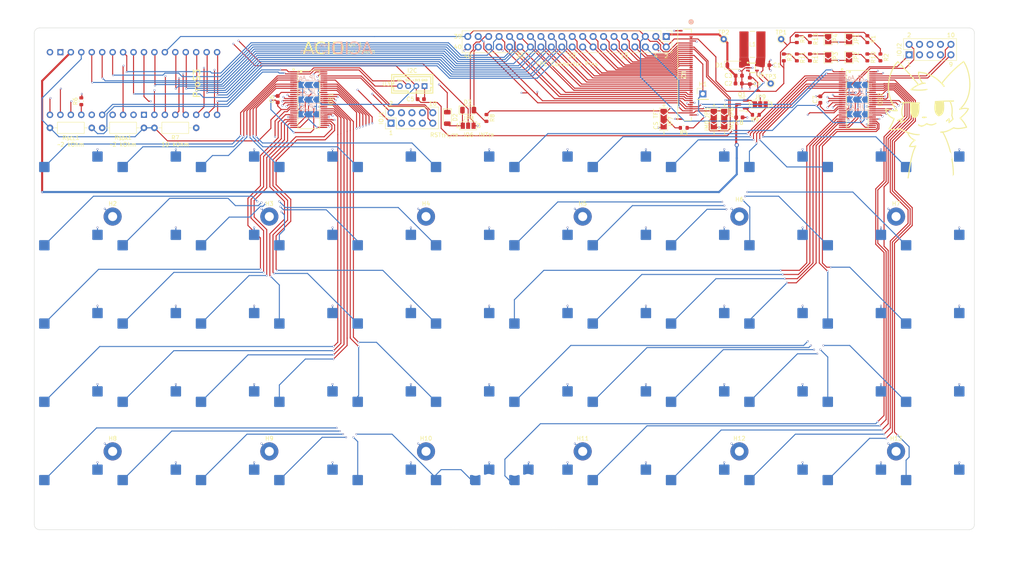
<source format=kicad_pcb>
(kicad_pcb
	(version 20241229)
	(generator "pcbnew")
	(generator_version "9.0")
	(general
		(thickness 1.6)
		(legacy_teardrops no)
	)
	(paper "A4")
	(layers
		(0 "F.Cu" signal)
		(4 "In1.Cu" signal)
		(6 "In2.Cu" signal)
		(2 "B.Cu" signal)
		(9 "F.Adhes" user "F.Adhesive")
		(11 "B.Adhes" user "B.Adhesive")
		(13 "F.Paste" user)
		(15 "B.Paste" user)
		(5 "F.SilkS" user "F.Silkscreen")
		(7 "B.SilkS" user "B.Silkscreen")
		(1 "F.Mask" user)
		(3 "B.Mask" user)
		(17 "Dwgs.User" user "User.Drawings")
		(19 "Cmts.User" user "User.Comments")
		(21 "Eco1.User" user "User.Eco1")
		(23 "Eco2.User" user "User.Eco2")
		(25 "Edge.Cuts" user)
		(27 "Margin" user)
		(31 "F.CrtYd" user "F.Courtyard")
		(29 "B.CrtYd" user "B.Courtyard")
		(35 "F.Fab" user)
		(33 "B.Fab" user)
		(39 "User.1" user)
		(41 "User.2" user)
		(43 "User.3" user)
		(45 "User.4" user)
		(47 "User.5" user)
		(49 "User.6" user)
		(51 "User.7" user)
		(53 "User.8" user)
		(55 "User.9" user)
	)
	(setup
		(stackup
			(layer "F.SilkS"
				(type "Top Silk Screen")
			)
			(layer "F.Paste"
				(type "Top Solder Paste")
			)
			(layer "F.Mask"
				(type "Top Solder Mask")
				(thickness 0.01)
			)
			(layer "F.Cu"
				(type "copper")
				(thickness 0.035)
			)
			(layer "dielectric 1"
				(type "prepreg")
				(thickness 0.1)
				(material "FR4")
				(epsilon_r 4.5)
				(loss_tangent 0.02)
			)
			(layer "In1.Cu"
				(type "copper")
				(thickness 0.035)
			)
			(layer "dielectric 2"
				(type "core")
				(thickness 1.24)
				(material "FR4")
				(epsilon_r 4.5)
				(loss_tangent 0.02)
			)
			(layer "In2.Cu"
				(type "copper")
				(thickness 0.035)
			)
			(layer "dielectric 3"
				(type "prepreg")
				(thickness 0.1)
				(material "FR4")
				(epsilon_r 4.5)
				(loss_tangent 0.02)
			)
			(layer "B.Cu"
				(type "copper")
				(thickness 0.035)
			)
			(layer "B.Mask"
				(type "Bottom Solder Mask")
				(thickness 0.01)
			)
			(layer "B.Paste"
				(type "Bottom Solder Paste")
			)
			(layer "B.SilkS"
				(type "Bottom Silk Screen")
			)
			(copper_finish "HAL lead-free")
			(dielectric_constraints no)
		)
		(pad_to_mask_clearance 0)
		(allow_soldermask_bridges_in_footprints no)
		(tenting front back)
		(pcbplotparams
			(layerselection 0x00000000_00000000_55555555_5755f5ff)
			(plot_on_all_layers_selection 0x00000000_00000000_00000000_00000000)
			(disableapertmacros no)
			(usegerberextensions no)
			(usegerberattributes yes)
			(usegerberadvancedattributes yes)
			(creategerberjobfile yes)
			(dashed_line_dash_ratio 12.000000)
			(dashed_line_gap_ratio 3.000000)
			(svgprecision 4)
			(plotframeref no)
			(mode 1)
			(useauxorigin no)
			(hpglpennumber 1)
			(hpglpenspeed 20)
			(hpglpendiameter 15.000000)
			(pdf_front_fp_property_popups yes)
			(pdf_back_fp_property_popups yes)
			(pdf_metadata yes)
			(pdf_single_document no)
			(dxfpolygonmode yes)
			(dxfimperialunits yes)
			(dxfusepcbnewfont yes)
			(psnegative no)
			(psa4output no)
			(plot_black_and_white yes)
			(sketchpadsonfab no)
			(plotpadnumbers no)
			(hidednponfab no)
			(sketchdnponfab yes)
			(crossoutdnponfab yes)
			(subtractmaskfromsilk no)
			(outputformat 1)
			(mirror no)
			(drillshape 1)
			(scaleselection 1)
			(outputdirectory "")
		)
	)
	(net 0 "")
	(net 1 "/LEDA_{TFT}")
	(net 2 "/LEDK_{TFT}")
	(net 3 "+3.3V")
	(net 4 "+5V")
	(net 5 "Net-(D2-A)")
	(net 6 "~{RST}")
	(net 7 "/~{RST_{TFT{slash}TP}}")
	(net 8 "/CS_{SPI{slash}TFT}")
	(net 9 "/Switch Matrix Left Half/SWPIN_{4,2}")
	(net 10 "/Switch Matrix Left Half/SWPIN_{0,2}")
	(net 11 "/Switch Matrix Left Half/SWPIN_{1,7}")
	(net 12 "/Switch Matrix Left Half/SWPIN_{3,7}")
	(net 13 "/Switch Matrix Left Half/SWPIN_{4,6}")
	(net 14 "/Switch Matrix Left Half/SWPIN_{3,5}")
	(net 15 "/Switch Matrix Left Half/SWPIN_{4,0}")
	(net 16 "/Switch Matrix Left Half/SWPIN_{2,1}")
	(net 17 "/Switch Matrix Left Half/SWPIN_{0,6}")
	(net 18 "/INT_{LR}")
	(net 19 "/Switch Matrix Left Half/SWPIN_{2,0}")
	(net 20 "/Switch Matrix Left Half/SWPIN_{1,2}")
	(net 21 "/Switch Matrix Left Half/SWPIN_{0,7}")
	(net 22 "/Switch Matrix Left Half/SWPIN_{0,4}")
	(net 23 "/Switch Matrix Left Half/SWPIN_{1,5}")
	(net 24 "/Switch Matrix Left Half/SWPIN_{2,2}")
	(net 25 "/Switch Matrix Left Half/SWPIN_{3,3}")
	(net 26 "/Switch Matrix Left Half/SWPIN_{4,3}")
	(net 27 "Net-(IOE1-A2)")
	(net 28 "/Switch Matrix Left Half/SWPIN_{2,6}")
	(net 29 "/Switch Matrix Left Half/SWPIN_{3,0}")
	(net 30 "/Switch Matrix Left Half/SWPIN_{4,7}")
	(net 31 "/Switch Matrix Left Half/SWPIN_{1,0}")
	(net 32 "Net-(IOE1-A0)")
	(net 33 "/Switch Matrix Left Half/SWPIN_{1,3}")
	(net 34 "/Switch Matrix Left Half/SWPIN_{1,4}")
	(net 35 "/Switch Matrix Left Half/SWPIN_{2,4}")
	(net 36 "/Switch Matrix Left Half/SWPIN_{2,5}")
	(net 37 "Net-(IOE1-A1)")
	(net 38 "/Switch Matrix Left Half/SWPIN_{3,1}")
	(net 39 "SCL")
	(net 40 "/Switch Matrix Left Half/SWPIN_{4,4}")
	(net 41 "/Switch Matrix Left Half/SWPIN_{0,0}")
	(net 42 "/Switch Matrix Left Half/SWPIN_{4,5}")
	(net 43 "/Switch Matrix Left Half/SWPIN_{3,6}")
	(net 44 "/Switch Matrix Left Half/SWPIN_{4,1}")
	(net 45 "/Switch Matrix Left Half/SWPIN_{1,1}")
	(net 46 "/Switch Matrix Left Half/SWPIN_{3,4}")
	(net 47 "/Switch Matrix Left Half/SWPIN_{0,3}")
	(net 48 "/Switch Matrix Left Half/SWPIN_{1,6}")
	(net 49 "/Switch Matrix Left Half/SWPIN_{2,7}")
	(net 50 "/Switch Matrix Left Half/SWPIN_{3,2}")
	(net 51 "SDA")
	(net 52 "/Switch Matrix Left Half/SWPIN_{2,3}")
	(net 53 "/Switch Matrix Left Half/SWPIN_{0,5}")
	(net 54 "/Switch Matrix Left Half/SWPIN_{0,1}")
	(net 55 "/Switch Matrix Right Half/SWPIN_{1,6}")
	(net 56 "/Switch Matrix Right Half/SWPIN_{4,4}")
	(net 57 "/Switch Matrix Right Half/SWPIN_{3,4}")
	(net 58 "Net-(IOE2-A0)")
	(net 59 "/Switch Matrix Right Half/SWPIN_{1,0}")
	(net 60 "/Switch Matrix Right Half/SWPIN_{2,3}")
	(net 61 "/Switch Matrix Right Half/SWPIN_{3,6}")
	(net 62 "Net-(IOE2-A1)")
	(net 63 "/Switch Matrix Right Half/SWPIN_{3,0}")
	(net 64 "/Switch Matrix Right Half/SWPIN_{0,2}")
	(net 65 "/Switch Matrix Right Half/SWPIN_{3,2}")
	(net 66 "/Switch Matrix Right Half/SWPIN_{1,3}")
	(net 67 "/Switch Matrix Right Half/SWPIN_{4,6}")
	(net 68 "/Switch Matrix Right Half/SWPIN_{2,4}")
	(net 69 "/Switch Matrix Right Half/SWPIN_{2,6}")
	(net 70 "/Switch Matrix Right Half/SWPIN_{1,4}")
	(net 71 "/Switch Matrix Right Half/SWPIN_{3,7}")
	(net 72 "/Switch Matrix Right Half/SWPIN_{3,5}")
	(net 73 "/Switch Matrix Right Half/SWPIN_{2,5}")
	(net 74 "/Switch Matrix Right Half/SWPIN_{4,5}")
	(net 75 "/Switch Matrix Right Half/SWPIN_{2,0}")
	(net 76 "unconnected-(U1-VBAT-Pad1)")
	(net 77 "/Switch Matrix Right Half/SWPIN_{4,0}")
	(net 78 "GND")
	(net 79 "/Switch Matrix Right Half/SWPIN_{1,2}")
	(net 80 "/Switch Matrix Right Half/SWPIN_{0,3}")
	(net 81 "/Switch Matrix Right Half/SWPIN_{0,7}")
	(net 82 "Net-(IOE2-A2)")
	(net 83 "/Switch Matrix Right Half/SWPIN_{2,2}")
	(net 84 "/Switch Matrix Right Half/SWPIN_{0,1}")
	(net 85 "/Switch Matrix Right Half/SWPIN_{0,4}")
	(net 86 "/Switch Matrix Right Half/SWPIN_{4,7}")
	(net 87 "/Switch Matrix Right Half/SWPIN_{0,0}")
	(net 88 "/Switch Matrix Right Half/SWPIN_{4,3}")
	(net 89 "/Switch Matrix Right Half/SWPIN_{2,7}")
	(net 90 "/Switch Matrix Right Half/SWPIN_{1,1}")
	(net 91 "/Switch Matrix Right Half/SWPIN_{0,5}")
	(net 92 "/Switch Matrix Right Half/SWPIN_{4,2}")
	(net 93 "/Switch Matrix Right Half/SWPIN_{0,6}")
	(net 94 "/Switch Matrix Right Half/SWPIN_{3,1}")
	(net 95 "/G5")
	(net 96 "/Switch Matrix Right Half/SWPIN_{2,1}")
	(net 97 "/Switch Matrix Right Half/SWPIN_{1,7}")
	(net 98 "/Switch Matrix Right Half/SWPIN_{4,1}")
	(net 99 "/Switch Matrix Right Half/SWPIN_{1,5}")
	(net 100 "/R1")
	(net 101 "/R5")
	(net 102 "/B1")
	(net 103 "/G2")
	(net 104 "/Switch Matrix Right Half/SWPIN_{3,3}")
	(net 105 "/SCK_{SPI}")
	(net 106 "/HSYNC_{TFT}")
	(net 107 "/B4")
	(net 108 "/G4")
	(net 109 "/MOSI_{SPI}")
	(net 110 "/IM0")
	(net 111 "+3.3V_{LDO2}")
	(net 112 "/G3")
	(net 113 "/DE_{TFT}")
	(net 114 "/IM1")
	(net 115 "/G1")
	(net 116 "/B2")
	(net 117 "/G0")
	(net 118 "/INT_{TP}")
	(net 119 "/R3")
	(net 120 "Net-(J1-Pin_12)")
	(net 121 "/R2")
	(net 122 "/VSYNC_{TFT}")
	(net 123 "Net-(JP1-A)")
	(net 124 "/B5")
	(net 125 "Net-(JP2-A)")
	(net 126 "/R4")
	(net 127 "Net-(JP3-A)")
	(net 128 "Net-(JP4-A)")
	(net 129 "/B3")
	(net 130 "/INT_{TP}{slash}~{RST_{TFT{slash}TP}}")
	(net 131 "Net-(JP9-A)")
	(net 132 "Net-(Q1-G)")
	(net 133 "/PCLK_{TFT}")
	(net 134 "/BGPWM_{TFT}")
	(net 135 "Net-(R10-Pad1)")
	(net 136 "Net-(R11-Pad2)")
	(net 137 "Net-(R13-Pad2)")
	(net 138 "Net-(R11-Pad1)")
	(net 139 "Net-(JP7-C)")
	(net 140 "/Backlight Boost Converter/VIN_{BST}")
	(net 141 "/Backlight Boost Converter/SW_{BST}")
	(footprint "easyeda2kicad:TSSOP-56_L14.0-W6.1-P0.50-LS8.1-BL" (layer "F.Cu") (at 226.17 55.98 -90))
	(footprint "MountingHole:MountingHole_2.2mm_M2_Pad" (layer "F.Cu") (at 197.485 141.605))
	(footprint "easyeda2kicad:TSSOP-56_L14.0-W6.1-P0.50-LS8.1-BL" (layer "F.Cu") (at 92.77 55.99 -90))
	(footprint "Resistor_SMD:R_0603_1608Metric" (layer "F.Cu") (at 214.63 41.275 -90))
	(footprint "Project_Library:CONN_F3311A7H121040E200_AMP" (layer "F.Cu") (at 184.15 49.975 -90))
	(footprint "easyeda2kicad:CONN-TH_B4B-PH-K-LF-SN" (layer "F.Cu") (at 117.935 52.705))
	(footprint "Capacitor_SMD:C_0603_1608Metric" (layer "F.Cu") (at 203.975 47.625))
	(footprint "Resistor_SMD:R_0603_1608Metric" (layer "F.Cu") (at 211.455 41.275 -90))
	(footprint "TestPoint:TestPoint_THTPad_D1.5mm_Drill0.7mm" (layer "F.Cu") (at 207.645 41.275))
	(footprint "Resistor_THT:R_Axial_DIN0207_L6.3mm_D2.5mm_P10.16mm_Horizontal" (layer "F.Cu") (at 55.245 62.865))
	(footprint "Resistor_SMD:R_0603_1608Metric" (layer "F.Cu") (at 37.465 56.388 90))
	(footprint "Connector_PinHeader_2.54mm:PinHeader_2x05_P2.54mm_Vertical" (layer "F.Cu") (at 112.776 61.727 90))
	(footprint "Project_Library:IND_BOURNS_SRR5028" (layer "F.Cu") (at 200.66 42.545 180))
	(footprint "MountingHole:MountingHole_2.2mm_M2_Pad" (layer "F.Cu") (at 121.285 84.455))
	(footprint "UnexpectedMaker:ProS3_TH" (layer "F.Cu") (at 50.165 52.05 90))
	(footprint "Diode_SMD:D_SOD-123" (layer "F.Cu") (at 196.215 47.625))
	(footprint "Resistor_SMD:R_0603_1608Metric" (layer "F.Cu") (at 211.455 45.72 -90))
	(footprint "Resistor_SMD:R_0603_1608Metric" (layer "F.Cu") (at 228.6 41.275 -90))
	(footprint "Connector_PinHeader_2.54mm:PinHeader_1x01_P2.54mm_Vertical" (layer "F.Cu") (at 188.595 54.61))
	(footprint "MountingHole:MountingHole_2.2mm_M2_Pad" (layer "F.Cu") (at 45.085 84.455))
	(footprint "Resistor_SMD:R_0603_1608Metric" (layer "F.Cu") (at 135.987 60.452 -90))
	(footprint "Jumper:SolderJumper-2_P1.3mm_Open_TrianglePad1.0x1.5mm" (layer "F.Cu") (at 224.155 41.275 -90))
	(footprint "MountingHole:MountingHole_2.2mm_M2_Pad" (layer "F.Cu") (at 83.185 141.605))
	(footprint "Jumper:SolderJumper-2_P1.3mm_Open_TrianglePad1.0x1.5mm" (layer "F.Cu") (at 224.155 45.72 -90))
	(footprint "Capacitor_SMD:C_0603_1608Metric" (layer "F.Cu") (at 217.17 55.98 90))
	(footprint "Resistor_THT:R_Axial_DIN0207_L6.3mm_D2.5mm_P10.16mm_Horizontal" (layer "F.Cu") (at 29.845 62.865))
	(footprint "PCM_JLCPCB:Q_SOT-23" (layer "F.Cu") (at 198.12 57.15 180))
	(footprint "Jumper:SolderJumper-3_P1.3mm_Open_Pad1.0x1.5mm_NumberLabels" (layer "F.Cu") (at 131.542 62.357))
	(footprint "MountingHole:MountingHole_2.2mm_M2_Pad" (layer "F.Cu") (at 159.385 84.455))
	(footprint "Jumper:SolderJumper-2_P1.3mm_Open_TrianglePad1.0x1.5mm" (layer "F.Cu") (at 219.075 45.72 -90))
	(footprint "MountingHole:MountingHole_2.2mm_M2_Pad" (layer "F.Cu") (at 235.585 84.455))
	(footprint "Resistor_SMD:R_0603_1608Metric" (layer "F.Cu") (at 208.28 45.72 -90))
	(footprint "Jumper:SolderJumper-2_P1.3mm_Open_TrianglePad1.0x1.5mm" (layer "F.Cu") (at 219.075 41.275 -90))
	(footprint "PCM_JLCPCB:D_SOD-123FL" (layer "F.Cu") (at 126.462 60.452 -90))
	(footprint "Resistor_SMD:R_0603_1608Metric"
		(layer "F.Cu")
		(uuid "94b58f35-dc6e-4854-b9bc-c8f92f6a87af")
		(at 231.775 45.72 -90)
		(descr "Resistor SMD 0603 (1608 Metric), square (rectangular) end terminal, IPC-7351 nominal, (Body size source: IPC-SM-782 page 72, https://www.pcb-3d.com/wordpress/wp-content/uploads/ipc-sm-782a_amendment_1_and_2.pdf), generated with kicad-footprint-generator")
		(tags "resistor")
		(property "Reference" "R2"
			(at 0 -1.43 90)
			(layer "F.SilkS")
			(uuid "042f0d98-1a2e-478a-96c6-c3626378b53a")
			(effects
				(font
					(size 1 1)
					(thickness 0.15)
				)
			)
		)
		(property "Value" "20 Ohm"
			(at 0 1.43 90)
			(layer "F.Fab")
			(uuid "116e6338-158d-4e2a-8b93-de31b57d2a5d")
			(effects
				(font
					(size 1 1)
					(thickness 0.15)
				)
			)
		)
		(property "Datasheet" "~"
			(at 0 0 90)
			(layer "F.Fab")
			(hide yes)
			(uuid "c8cb7783-45f9-45ea-ad15-07e692b9fee5")
			(effects
				(font
					(size 1.27 1.27)
					(thickness 0.15)
				)
			)
		)
		(property "Description" "Resistor"
			(at 0 0 90)
			(layer "F.Fab")
			(hide yes)
			(uuid "8c6cd404-fea5-4054-8257-77977a8d902d")
			(effects
				(font
					(size 1.27 1.27)
					(thickness 0.15)
				)
			)
		)
		(property "LCSC" ""
			(at 0 0 90)
			(layer "F.SilkS")
			(hide yes)
			(uuid "4292f85d-c8e0-4f0e-9d0f-21108b697875")
			(effects
				(font
					(size 1.27 1.27)
					(thickness 0.15)
				)
			)
		)
		(property ki_fp_filters "R_*")
		(path "/628f2de5-a5de-421c-af90-8153f9f7644b/22abb952-478a-46a0-ada1-733d1b8a97b5")
		(sheetname "/Backlight Boost Converter/")
		(sheetfile "backlight_boost_converter.kicad_sch")
		(attr smd)
		(fp_line
			(start -0.237258 0.5225)
			(end 0.237258 0.5225)
			(stroke
				(width 0.12)
				(type solid)
			)
			(layer "F.SilkS")
			(uuid "f941ef98-b5f4-4475-bc23-6ae9ba3efb5d")
		)
		(fp_line
			(start -0.237258 -0.5225)
			(end 0.237258 -0.5225)
			(stroke
				(width 0.12)
				(type solid)
			)
			(layer "F.SilkS")
			(uuid "6885c2c4-4ae2-4a8a-8299-1ada162b06f8")
		)
		(fp_line
			(start -1.48 0.73)
			(end -1.48 -0.73)
			(stroke
				(width 0.05)
				(type solid)
			)
			(layer "F.CrtYd")
			(uuid "801a5bfe-1fe3-47b6-b7ae-415b0c2ddce4")
		)
		(fp_line
			(start 1.48 0.73)
			(end -1.48 0.73)
			(stroke
				(width 0.05)
				(type solid
... [1784598 chars truncated]
</source>
